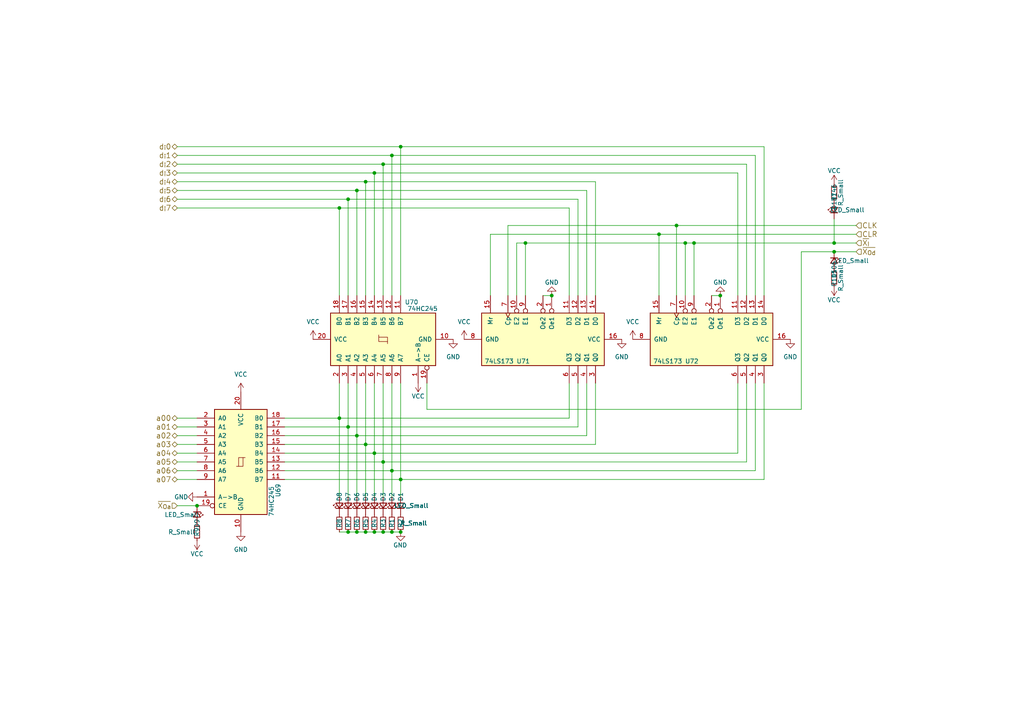
<source format=kicad_sch>
(kicad_sch (version 20230121) (generator eeschema)
  (paper "A4")
  (lib_symbols
    (symbol "74xx:74HC245" (pin_names (offset 1.016))
      (property "Reference" "U" (at -7.62 16.51 0))
      (property "Value" "74HC245" (at -7.62 -16.51 0))
      (symbol "74HC245_1_0"
        (polyline (pts (xy -0.635 -1.27) (xy -0.635 1.27) (xy 0.635 1.27)))
        (polyline (pts (xy -1.27 -1.27) (xy 0.635 -1.27) (xy 0.635 1.27) (xy 1.27 1.27)))
        (pin input line (at -12.7 -10.16 0) (length 5.08) (name "A->B") (number "1"))
        (pin power_in line (at 0 -20.32 90) (length 5.08) (name "GND") (number "10"))
        (pin tri_state line (at 12.7 -5.08 180) (length 5.08) (name "B7") (number "11"))
        (pin tri_state line (at 12.7 -2.54 180) (length 5.08) (name "B6") (number "12"))
        (pin tri_state line (at 12.7 0 180) (length 5.08) (name "B5") (number "13"))
        (pin tri_state line (at 12.7 2.54 180) (length 5.08) (name "B4") (number "14"))
        (pin tri_state line (at 12.7 5.08 180) (length 5.08) (name "B3") (number "15"))
        (pin tri_state line (at 12.7 7.62 180) (length 5.08) (name "B2") (number "16"))
        (pin tri_state line (at 12.7 10.16 180) (length 5.08) (name "B1") (number "17"))
        (pin tri_state line (at 12.7 12.7 180) (length 5.08) (name "B0") (number "18"))
        (pin input inverted (at -12.7 -12.7 0) (length 5.08) (name "CE") (number "19"))
        (pin tri_state line (at -12.7 12.7 0) (length 5.08) (name "A0") (number "2"))
        (pin power_in line (at 0 20.32 270) (length 5.08) (name "VCC") (number "20"))
        (pin tri_state line (at -12.7 10.16 0) (length 5.08) (name "A1") (number "3"))
        (pin tri_state line (at -12.7 7.62 0) (length 5.08) (name "A2") (number "4"))
        (pin tri_state line (at -12.7 5.08 0) (length 5.08) (name "A3") (number "5"))
        (pin tri_state line (at -12.7 2.54 0) (length 5.08) (name "A4") (number "6"))
        (pin tri_state line (at -12.7 0 0) (length 5.08) (name "A5") (number "7"))
        (pin tri_state line (at -12.7 -2.54 0) (length 5.08) (name "A6") (number "8"))
        (pin tri_state line (at -12.7 -5.08 0) (length 5.08) (name "A7") (number "9"))
      )
      (symbol "74HC245_1_1"
        (rectangle (start -7.62 15.24) (end 7.62 -15.24) (stroke (width 0.254)) (fill (type background)))
      )
    )
    (symbol "74xx:74LS173" (pin_names (offset 1.016))
      (property "Reference" "U" (at -7.62 19.05 0))
      (property "Value" "74LS173" (at -7.62 -19.05 0))
      (symbol "74LS173_1_0"
        (pin input inverted (at -12.7 2.54 0) (length 5.08) (name "Oe1") (number "1"))
        (pin input inverted (at -12.7 -7.62 0) (length 5.08) (name "E2") (number "10"))
        (pin input line (at -12.7 7.62 0) (length 5.08) (name "D3") (number "11"))
        (pin input line (at -12.7 10.16 0) (length 5.08) (name "D2") (number "12"))
        (pin input line (at -12.7 12.7 0) (length 5.08) (name "D1") (number "13"))
        (pin input line (at -12.7 15.24 0) (length 5.08) (name "D0") (number "14"))
        (pin input line (at -12.7 -15.24 0) (length 5.08) (name "Mr") (number "15"))
        (pin power_in line (at 0 22.86 270) (length 5.08) (name "VCC") (number "16"))
        (pin input inverted (at -12.7 0 0) (length 5.08) (name "Oe2") (number "2"))
        (pin tri_state line (at 12.7 15.24 180) (length 5.08) (name "Q0") (number "3"))
        (pin tri_state line (at 12.7 12.7 180) (length 5.08) (name "Q1") (number "4"))
        (pin tri_state line (at 12.7 10.16 180) (length 5.08) (name "Q2") (number "5"))
        (pin tri_state line (at 12.7 7.62 180) (length 5.08) (name "Q3") (number "6"))
        (pin input clock (at -12.7 -10.16 0) (length 5.08) (name "Cp") (number "7"))
        (pin power_in line (at 0 -22.86 90) (length 5.08) (name "GND") (number "8"))
        (pin input inverted (at -12.7 -5.08 0) (length 5.08) (name "E1") (number "9"))
      )
      (symbol "74LS173_1_1"
        (rectangle (start -7.62 17.78) (end 7.62 -17.78) (stroke (width 0.254)) (fill (type background)))
      )
    )
    (symbol "Device:LED_Small" (pin_numbers hide) (pin_names (offset 0.254) hide)
      (property "Reference" "D" (at -1.27 3.175 0))
      (property "Value" "LED_Small" (at -4.445 -2.54 0))
      (symbol "LED_Small_0_1"
        (polyline (pts (xy -0.762 -1.016) (xy -0.762 1.016)) (stroke (width 0.254)))
        (polyline (pts (xy 1.016 0) (xy -0.762 0)))
        (polyline (pts (xy 0.762 -1.016) (xy -0.762 0) (xy 0.762 1.016) (xy 0.762 -1.016)) (stroke (width 0.254)))
        (polyline (pts (xy 0 0.762) (xy -0.508 1.27) (xy -0.254 1.27) (xy -0.508 1.27) (xy -0.508 1.016)))
        (polyline (pts (xy 0.508 1.27) (xy 0 1.778) (xy 0.254 1.778) (xy 0 1.778) (xy 0 1.524)))
      )
      (symbol "LED_Small_1_1"
        (pin passive line (at -2.54 0 0) (length 1.778) (name "K") (number "1"))
        (pin passive line (at 2.54 0 180) (length 1.778) (name "A") (number "2"))
      )
    )
    (symbol "Device:R_Small" (pin_numbers hide) (pin_names (offset 0.254) hide)
      (property "Reference" "R" (at 0.762 0.508 0))
      (property "Value" "R_Small" (at 0.762 -1.016 0))
      (symbol "R_Small_0_1"
        (rectangle (start -0.762 1.778) (end 0.762 -1.778) (stroke (width 0.2032)))
      )
      (symbol "R_Small_1_1"
        (pin passive line (at 0 2.54 270) (length 0.762) (name "~") (number "1"))
        (pin passive line (at 0 -2.54 90) (length 0.762) (name "~") (number "2"))
      )
    )
    (symbol "power:GND" (power) (pin_names (offset 0))
      (property "Value" "GND" (at 0 -3.81 0))
      (symbol "GND_0_1"
        (polyline (pts (xy 0 0) (xy 0 -1.27) (xy 1.27 -1.27) (xy 0 -2.54) (xy -1.27 -1.27) (xy 0 -1.27)))
      )
      (symbol "GND_1_1"
        (pin power_in line (at 0 0 270) (length 0) hide (name "GND") (number "1"))
      )
    )
    (symbol "power:VCC" (power) (pin_names (offset 0))
      (property "Value" "VCC" (at 0 3.81 0))
      (symbol "VCC_0_1"
        (polyline (pts (xy -0.762 1.27) (xy 0 2.54)))
        (polyline (pts (xy 0 0) (xy 0 2.54)))
        (polyline (pts (xy 0 2.54) (xy 0.762 1.27)))
      )
      (symbol "VCC_1_1"
        (pin power_in line (at 0 0 90) (length 0) hide (name "VCC") (number "1"))
      )
    )
  )
  (junction (at 198.755 70.485))
  (junction (at 191.135 67.945))
  (junction (at 57.15 146.685))
  (junction (at 111.125 133.985))
  (junction (at 113.665 154.305))
  (junction (at 241.935 73.025))
  (junction (at 111.125 47.625))
  (junction (at 111.125 154.305))
  (junction (at 201.295 70.485))
  (junction (at 100.965 57.785))
  (junction (at 103.505 126.365))
  (junction (at 241.935 70.485))
  (junction (at 116.205 42.545))
  (junction (at 98.425 60.325))
  (junction (at 106.045 154.305))
  (junction (at 160.02 85.725))
  (junction (at 103.505 154.305))
  (junction (at 108.585 131.445))
  (junction (at 116.205 139.065))
  (junction (at 113.665 45.085))
  (junction (at 106.045 52.705))
  (junction (at 152.4 70.485))
  (junction (at 196.215 65.405))
  (junction (at 108.585 154.305))
  (junction (at 106.045 128.905))
  (junction (at 116.205 154.305))
  (junction (at 113.665 136.525))
  (junction (at 208.915 85.725))
  (junction (at 108.585 50.165))
  (junction (at 100.965 123.825))
  (junction (at 100.965 154.305))
  (junction (at 103.505 55.245))
  (junction (at 98.425 121.285))
  (wire (pts (xy 111.125 133.985) (xy 111.125 144.145)))
  (wire (pts (xy 170.18 55.245) (xy 170.18 85.725)))
  (wire (pts (xy 51.435 57.785) (xy 100.965 57.785)))
  (wire (pts (xy 100.965 123.825) (xy 167.64 123.825)))
  (wire (pts (xy 51.435 136.525) (xy 57.15 136.525)))
  (wire (pts (xy 100.965 154.305) (xy 98.425 154.305)))
  (wire (pts (xy 221.615 42.545) (xy 221.615 85.725)))
  (wire (pts (xy 106.045 154.305) (xy 103.505 154.305)))
  (wire (pts (xy 111.125 47.625) (xy 111.125 85.725)))
  (wire (pts (xy 111.125 47.625) (xy 216.535 47.625)))
  (wire (pts (xy 116.205 139.065) (xy 116.205 144.145)))
  (wire (pts (xy 106.045 128.905) (xy 172.72 128.905)))
  (wire (pts (xy 106.045 128.905) (xy 106.045 144.145)))
  (wire (pts (xy 51.435 123.825) (xy 57.15 123.825)))
  (wire (pts (xy 108.585 131.445) (xy 82.55 131.445)))
  (wire (pts (xy 241.935 63.5) (xy 241.935 70.485)))
  (wire (pts (xy 98.425 121.285) (xy 165.1 121.285)))
  (wire (pts (xy 100.965 57.785) (xy 167.64 57.785)))
  (wire (pts (xy 213.995 50.165) (xy 108.585 50.165)))
  (wire (pts (xy 108.585 131.445) (xy 108.585 144.145)))
  (wire (pts (xy 98.425 121.285) (xy 98.425 144.145)))
  (wire (pts (xy 51.435 45.085) (xy 113.665 45.085)))
  (wire (pts (xy 248.285 65.405) (xy 196.215 65.405)))
  (wire (pts (xy 51.435 133.985) (xy 57.15 133.985)))
  (wire (pts (xy 116.205 42.545) (xy 116.205 85.725)))
  (wire (pts (xy 51.435 42.545) (xy 116.205 42.545)))
  (wire (pts (xy 216.535 47.625) (xy 216.535 85.725)))
  (wire (pts (xy 51.435 50.165) (xy 108.585 50.165)))
  (wire (pts (xy 103.505 126.365) (xy 170.18 126.365)))
  (wire (pts (xy 100.965 123.825) (xy 82.55 123.825)))
  (wire (pts (xy 51.435 52.705) (xy 106.045 52.705)))
  (wire (pts (xy 100.965 57.785) (xy 100.965 85.725)))
  (wire (pts (xy 219.075 111.125) (xy 219.075 136.525)))
  (wire (pts (xy 116.205 154.305) (xy 113.665 154.305)))
  (wire (pts (xy 201.295 70.485) (xy 201.295 85.725)))
  (wire (pts (xy 152.4 70.485) (xy 198.755 70.485)))
  (wire (pts (xy 191.135 67.945) (xy 248.285 67.945)))
  (wire (pts (xy 221.615 111.125) (xy 221.615 139.065)))
  (wire (pts (xy 116.205 42.545) (xy 221.615 42.545)))
  (wire (pts (xy 213.995 131.445) (xy 213.995 111.125)))
  (wire (pts (xy 113.665 45.085) (xy 113.665 85.725)))
  (wire (pts (xy 149.86 70.485) (xy 149.86 85.725)))
  (wire (pts (xy 167.64 123.825) (xy 167.64 111.125)))
  (wire (pts (xy 100.965 111.125) (xy 100.965 123.825)))
  (wire (pts (xy 113.665 111.125) (xy 113.665 136.525)))
  (wire (pts (xy 103.505 126.365) (xy 103.505 144.145)))
  (wire (pts (xy 113.665 136.525) (xy 113.665 144.145)))
  (wire (pts (xy 98.425 60.325) (xy 98.425 85.725)))
  (wire (pts (xy 108.585 111.125) (xy 108.585 131.445)))
  (wire (pts (xy 98.425 60.325) (xy 165.1 60.325)))
  (wire (pts (xy 106.045 128.905) (xy 82.55 128.905)))
  (wire (pts (xy 241.935 73.025) (xy 248.285 73.025)))
  (wire (pts (xy 106.045 52.705) (xy 106.045 85.725)))
  (wire (pts (xy 241.935 70.485) (xy 248.285 70.485)))
  (wire (pts (xy 103.505 154.305) (xy 100.965 154.305)))
  (wire (pts (xy 198.755 70.485) (xy 201.295 70.485)))
  (wire (pts (xy 106.045 52.705) (xy 172.72 52.705)))
  (wire (pts (xy 198.755 70.485) (xy 198.755 85.725)))
  (wire (pts (xy 172.72 52.705) (xy 172.72 85.725)))
  (wire (pts (xy 111.125 133.985) (xy 82.55 133.985)))
  (wire (pts (xy 213.995 85.725) (xy 213.995 50.165)))
  (wire (pts (xy 108.585 131.445) (xy 213.995 131.445)))
  (wire (pts (xy 206.375 85.725) (xy 208.915 85.725)))
  (wire (pts (xy 123.825 111.125) (xy 123.825 118.745)))
  (wire (pts (xy 219.075 45.085) (xy 219.075 85.725)))
  (wire (pts (xy 123.825 118.745) (xy 232.41 118.745)))
  (wire (pts (xy 98.425 121.285) (xy 82.55 121.285)))
  (wire (pts (xy 113.665 136.525) (xy 219.075 136.525)))
  (wire (pts (xy 149.86 70.485) (xy 152.4 70.485)))
  (wire (pts (xy 147.32 65.405) (xy 196.215 65.405)))
  (wire (pts (xy 51.435 131.445) (xy 57.15 131.445)))
  (wire (pts (xy 111.125 133.985) (xy 216.535 133.985)))
  (wire (pts (xy 113.665 154.305) (xy 111.125 154.305)))
  (wire (pts (xy 51.435 121.285) (xy 57.15 121.285)))
  (wire (pts (xy 106.045 111.125) (xy 106.045 128.905)))
  (wire (pts (xy 116.205 139.065) (xy 82.55 139.065)))
  (wire (pts (xy 232.41 73.025) (xy 232.41 118.745)))
  (wire (pts (xy 170.18 126.365) (xy 170.18 111.125)))
  (wire (pts (xy 100.965 123.825) (xy 100.965 144.145)))
  (wire (pts (xy 108.585 50.165) (xy 108.585 85.725)))
  (wire (pts (xy 165.1 121.285) (xy 165.1 111.125)))
  (wire (pts (xy 196.215 65.405) (xy 196.215 85.725)))
  (wire (pts (xy 103.505 111.125) (xy 103.505 126.365)))
  (wire (pts (xy 216.535 133.985) (xy 216.535 111.125)))
  (wire (pts (xy 201.295 70.485) (xy 241.935 70.485)))
  (wire (pts (xy 103.505 55.245) (xy 170.18 55.245)))
  (wire (pts (xy 51.435 60.325) (xy 98.425 60.325)))
  (wire (pts (xy 103.505 55.245) (xy 103.505 85.725)))
  (wire (pts (xy 103.505 126.365) (xy 82.55 126.365)))
  (wire (pts (xy 51.435 128.905) (xy 57.15 128.905)))
  (wire (pts (xy 51.435 139.065) (xy 57.15 139.065)))
  (wire (pts (xy 191.135 67.945) (xy 191.135 85.725)))
  (wire (pts (xy 113.665 45.085) (xy 219.075 45.085)))
  (wire (pts (xy 172.72 128.905) (xy 172.72 111.125)))
  (wire (pts (xy 147.32 65.405) (xy 147.32 85.725)))
  (wire (pts (xy 51.435 55.245) (xy 103.505 55.245)))
  (wire (pts (xy 157.48 85.725) (xy 160.02 85.725)))
  (wire (pts (xy 142.24 85.725) (xy 142.24 67.945)))
  (wire (pts (xy 51.435 126.365) (xy 57.15 126.365)))
  (wire (pts (xy 111.125 111.125) (xy 111.125 133.985)))
  (wire (pts (xy 108.585 154.305) (xy 106.045 154.305)))
  (wire (pts (xy 51.435 47.625) (xy 111.125 47.625)))
  (wire (pts (xy 232.41 73.025) (xy 241.935 73.025)))
  (wire (pts (xy 142.24 67.945) (xy 191.135 67.945)))
  (wire (pts (xy 116.205 111.125) (xy 116.205 139.065)))
  (wire (pts (xy 113.665 136.525) (xy 82.55 136.525)))
  (wire (pts (xy 51.435 146.685) (xy 57.15 146.685)))
  (wire (pts (xy 167.64 57.785) (xy 167.64 85.725)))
  (wire (pts (xy 152.4 70.485) (xy 152.4 85.725)))
  (wire (pts (xy 111.125 154.305) (xy 108.585 154.305)))
  (wire (pts (xy 116.205 139.065) (xy 221.615 139.065)))
  (wire (pts (xy 98.425 111.125) (xy 98.425 121.285)))
  (wire (pts (xy 165.1 60.325) (xy 165.1 85.725)))
  (hierarchical_label "d_{i}1" (shape tri_state) (at 51.435 45.085 180) (effects (font (size 1.524 1.524))))
  (hierarchical_label "a04" (shape tri_state) (at 51.435 131.445 180) (effects (font (size 1.524 1.524))))
  (hierarchical_label "d_{i}6" (shape tri_state) (at 51.435 57.785 180) (effects (font (size 1.524 1.524))))
  (hierarchical_label "a06" (shape tri_state) (at 51.435 136.525 180) (effects (font (size 1.524 1.524))))
  (hierarchical_label "~{X_{I}}" (shape input) (at 248.285 70.485 0) (effects (font (size 1.524 1.524))))
  (hierarchical_label "~{X_{Od}}" (shape input) (at 248.285 73.025 0) (effects (font (size 1.524 1.524))))
  (hierarchical_label "CLR" (shape input) (at 248.285 67.945 0) (effects (font (size 1.524 1.524))))
  (hierarchical_label "a00" (shape tri_state) (at 51.435 121.285 180) (effects (font (size 1.524 1.524))))
  (hierarchical_label "a07" (shape tri_state) (at 51.435 139.065 180) (effects (font (size 1.524 1.524))))
  (hierarchical_label "d_{i}5" (shape tri_state) (at 51.435 55.245 180) (effects (font (size 1.524 1.524))))
  (hierarchical_label "d_{i}7" (shape tri_state) (at 51.435 60.325 180) (effects (font (size 1.524 1.524))))
  (hierarchical_label "a02" (shape tri_state) (at 51.435 126.365 180) (effects (font (size 1.524 1.524))))
  (hierarchical_label "d_{i}0" (shape tri_state) (at 51.435 42.545 180) (effects (font (size 1.524 1.524))))
  (hierarchical_label "a03" (shape tri_state) (at 51.435 128.905 180) (effects (font (size 1.524 1.524))))
  (hierarchical_label "a01" (shape tri_state) (at 51.435 123.825 180) (effects (font (size 1.524 1.524))))
  (hierarchical_label "d_{i}3" (shape tri_state) (at 51.435 50.165 180) (effects (font (size 1.524 1.524))))
  (hierarchical_label "d_{i}4" (shape tri_state) (at 51.435 52.705 180) (effects (font (size 1.524 1.524))))
  (hierarchical_label "d_{i}2" (shape tri_state) (at 51.435 47.625 180) (effects (font (size 1.524 1.524))))
  (hierarchical_label "~{X_{Oa}}" (shape input) (at 51.435 146.685 180) (effects (font (size 1.524 1.524))))
  (hierarchical_label "CLK" (shape input) (at 248.285 65.405 0) (effects (font (size 1.524 1.524))))
  (hierarchical_label "a05" (shape tri_state) (at 51.435 133.985 180) (effects (font (size 1.524 1.524))))
  (symbol (lib_id "power:GND") (at 116.205 154.305 0) (unit 1)
    (property "Reference" "#PWR097" (effects hide))
    (property "Value" "GND" (at 118.11 158.115 0) (effects (justify right)))
    (instances (project "8bit-computer" (path "" (reference "#PWR097") (unit 1)) (path "" (reference "#PWR0224") (unit 1)) (path "" (reference "#PWR0105") (unit 1))))
  )
  (symbol (lib_id "power:VCC") (at 134.62 98.425 0) (unit 1)
    (property "Reference" "#PWR0227" (effects hide))
    (property "Value" "VCC" (at 134.62 93.345 0))
    (instances (project "8bit-computer" (path "" (reference "#PWR0227") (unit 1)) (path "" (reference "#PWR0111") (unit 1))))
  )
  (symbol (lib_id "Device:LED_Small") (at 241.935 60.96 90) (unit 1)
    (property "Reference" "D137" (at 241.935 58.3565 0))
    (property "Value" "LED_Small" (at 245.745 60.8965 90))
    (instances (project "8bit-computer" (path "" (reference "D137") (unit 1)) (path "" (reference "D145") (unit 1))))
  )
  (symbol (lib_id "power:GND") (at 208.915 85.725 180) (unit 1)
    (property "Reference" "#PWR0231" (effects hide))
    (property "Value" "GND" (at 208.915 81.915 0))
    (instances (project "8bit-computer" (path "" (reference "#PWR0231") (unit 1)) (path "" (reference "#PWR0157") (unit 1))))
  )
  (symbol (lib_id "Device:R_Small") (at 241.935 55.88 180) (unit 1)
    (property "Reference" "R146" (at 241.935 55.88 90))
    (property "Value" "R_Small" (at 243.84 55.88 90))
    (instances (project "8bit-computer" (path "" (reference "R146") (unit 1)) (path "" (reference "R154") (unit 1))))
  )
  (symbol (lib_id "Device:R_Small") (at 116.205 151.765 0) (unit 1)
    (property "Reference" "R2" (at 116.205 151.765 90))
    (property "Value" "R_Small" (at 120.015 151.765 0))
    (instances (project "8bit-computer" (path "" (reference "R2") (unit 1)) (path "" (reference "R153") (unit 1)) (path "" (reference "R130") (unit 1))))
  )
  (symbol (lib_id "power:VCC") (at 90.805 98.425 0) (unit 1)
    (property "Reference" "#PWR0223" (effects hide))
    (property "Value" "VCC" (at 90.805 93.345 0))
    (instances (project "8bit-computer" (path "" (reference "#PWR0223") (unit 1)) (path "" (reference "#PWR058") (unit 1))))
  )
  (symbol (lib_id "Device:LED_Small") (at 111.125 146.685 90) (unit 1)
    (property "Reference" "D3" (at 111.125 144.0815 0))
    (property "Value" "LED_Small" (at 119.3165 146.685 90))
    (instances (project "8bit-computer" (path "" (reference "D3") (unit 1)) (path "" (reference "D142") (unit 1)) (path "" (reference "D119") (unit 1))))
  )
  (symbol (lib_id "power:GND") (at 180.34 98.425 0) (unit 1)
    (property "Reference" "#PWR0229" (effects hide))
    (property "Value" "GND" (at 180.34 103.505 0))
    (instances (project "8bit-computer" (path "" (reference "#PWR0229") (unit 1)) (path "" (reference "#PWR0148") (unit 1))))
  )
  (symbol (lib_id "Device:R_Small") (at 57.15 154.305 0) (unit 1)
    (property "Reference" "R9" (at 57.15 154.305 90))
    (property "Value" "R_Small" (at 52.705 154.305 0))
    (instances (project "8bit-computer" (path "" (reference "R9") (unit 1)) (path "" (reference "R132") (unit 1)) (path "" (reference "R145") (unit 1))))
  )
  (symbol (lib_id "power:VCC") (at 241.935 83.185 180) (unit 1)
    (property "Reference" "#PWR024" (effects hide))
    (property "Value" "VCC" (at 243.84 86.995 0) (effects (justify left)))
    (instances (project "8bit-computer" (path "" (reference "#PWR024") (unit 1)) (path "" (reference "#PWR033") (unit 1)) (path "" (reference "#PWR0234") (unit 1))))
  )
  (symbol (lib_id "power:VCC") (at 241.935 53.34 0) (unit 1)
    (property "Reference" "#PWR0217" (effects hide))
    (property "Value" "VCC" (at 240.03 49.53 0) (effects (justify left)))
    (instances (project "8bit-computer" (path "" (reference "#PWR0217") (unit 1)) (path "" (reference "#PWR0233") (unit 1))))
  )
  (symbol (lib_id "power:VCC") (at 69.85 113.665 0) (unit 1)
    (property "Reference" "#PWR0221" (effects hide))
    (property "Value" "VCC" (at 69.85 108.585 0))
    (instances (project "8bit-computer" (path "" (reference "#PWR0221") (unit 1)) (path "" (reference "#PWR058") (unit 1))))
  )
  (symbol (lib_id "Device:R_Small") (at 100.965 151.765 0) (unit 1)
    (property "Reference" "R7" (at 100.965 151.765 90))
    (property "Value" "R_Small" (at 120.015 151.765 0))
    (instances (project "8bit-computer" (path "" (reference "R7") (unit 1)) (path "" (reference "R147") (unit 1)) (path "" (reference "R124") (unit 1))))
  )
  (symbol (lib_id "74xx:74LS173") (at 206.375 98.425 270) (unit 1)
    (property "Reference" "U72" (at 200.66 104.775 90))
    (property "Value" "74LS173" (at 193.675 104.775 90))
    (property "Datasheet" "http://www.ti.com/lit/gpn/sn74LS173" (effects hide))
    (instances (project "8bit-computer" (path "" (reference "U72") (unit 1)) (path "" (reference "U31") (unit 1))))
  )
  (symbol (lib_id "Device:LED_Small") (at 57.15 149.225 270) (unit 1)
    (property "Reference" "D9" (at 57.15 151.8285 0))
    (property "Value" "LED_Small" (at 52.705 149.2885 90))
    (instances (project "8bit-computer" (path "" (reference "D9") (unit 1)) (path "" (reference "D123") (unit 1)) (path "" (reference "D136") (unit 1))))
  )
  (symbol (lib_id "power:GND") (at 57.15 144.145 270) (unit 1)
    (property "Reference" "#PWR0219" (effects hide))
    (property "Value" "GND" (at 54.61 144.145 90) (effects (justify right)))
    (instances (project "8bit-computer" (path "" (reference "#PWR0219") (unit 1)) (path "" (reference "#PWR0107") (unit 1))))
  )
  (symbol (lib_id "Device:LED_Small") (at 241.935 75.565 270) (unit 1)
    (property "Reference" "D106" (at 241.935 78.1685 0))
    (property "Value" "LED_Small" (at 247.015 75.6285 90))
    (instances (project "8bit-computer" (path "" (reference "D106") (unit 1)) (path "" (reference "D107") (unit 1)) (path "" (reference "D146") (unit 1))))
  )
  (symbol (lib_id "74xx:74LS173") (at 157.48 98.425 270) (unit 1)
    (property "Reference" "U71" (at 151.765 104.775 90))
    (property "Value" "74LS173" (at 144.78 104.775 90))
    (property "Datasheet" "http://www.ti.com/lit/gpn/sn74LS173" (effects hide))
    (instances (project "8bit-computer" (path "" (reference "U71") (unit 1)) (path "" (reference "U30") (unit 1))))
  )
  (symbol (lib_id "power:VCC") (at 121.285 111.125 180) (unit 1)
    (property "Reference" "#PWR0225" (effects hide))
    (property "Value" "VCC" (at 121.285 114.935 0))
    (instances (project "8bit-computer" (path "" (reference "#PWR0225") (unit 1)) (path "" (reference "#PWR0106") (unit 1))))
  )
  (symbol (lib_id "Device:R_Small") (at 113.665 151.765 0) (unit 1)
    (property "Reference" "R1" (at 113.665 151.765 90))
    (property "Value" "R_Small" (at 120.015 151.765 0))
    (instances (project "8bit-computer" (path "" (reference "R1") (unit 1)) (path "" (reference "R152") (unit 1)) (path "" (reference "R129") (unit 1))))
  )
  (symbol (lib_id "Device:R_Small") (at 108.585 151.765 0) (unit 1)
    (property "Reference" "R4" (at 108.585 151.765 90))
    (property "Value" "R_Small" (at 120.015 151.765 0))
    (instances (project "8bit-computer" (path "" (reference "R4") (unit 1)) (path "" (reference "R150") (unit 1)) (path "" (reference "R127") (unit 1))))
  )
  (symbol (lib_id "Device:R_Small") (at 106.045 151.765 0) (unit 1)
    (property "Reference" "R5" (at 106.045 151.765 90))
    (property "Value" "R_Small" (at 120.015 151.765 0))
    (instances (project "8bit-computer" (path "" (reference "R5") (unit 1)) (path "" (reference "R149") (unit 1)) (path "" (reference "R126") (unit 1))))
  )
  (symbol (lib_id "Device:LED_Small") (at 106.045 146.685 90) (unit 1)
    (property "Reference" "D5" (at 106.045 144.0815 0))
    (property "Value" "LED_Small" (at 119.3165 146.685 90))
    (instances (project "8bit-computer" (path "" (reference "D5") (unit 1)) (path "" (reference "D140") (unit 1)) (path "" (reference "D117") (unit 1))))
  )
  (symbol (lib_id "Device:R_Small") (at 98.425 151.765 0) (unit 1)
    (property "Reference" "R8" (at 98.425 151.765 90))
    (property "Value" "R_Small" (at 120.015 151.765 0))
    (instances (project "8bit-computer" (path "" (reference "R8") (unit 1)) (path "" (reference "R146") (unit 1)) (path "" (reference "R123") (unit 1))))
  )
  (symbol (lib_id "power:VCC") (at 57.15 156.845 180) (unit 1)
    (property "Reference" "#PWR0196" (effects hide))
    (property "Value" "VCC" (at 57.15 160.655 0))
    (instances (project "8bit-computer" (path "" (reference "#PWR0196") (unit 1)) (path "" (reference "#PWR0220") (unit 1))))
  )
  (symbol (lib_id "Device:LED_Small") (at 100.965 146.685 90) (unit 1)
    (property "Reference" "D7" (at 100.965 144.0815 0))
    (property "Value" "LED_Small" (at 119.3165 146.685 90))
    (instances (project "8bit-computer" (path "" (reference "D7") (unit 1)) (path "" (reference "D138") (unit 1)) (path "" (reference "D115") (unit 1))))
  )
  (symbol (lib_id "power:GND") (at 69.85 154.305 0) (unit 1)
    (property "Reference" "#PWR0222" (effects hide))
    (property "Value" "GND" (at 69.85 159.385 0))
    (instances (project "8bit-computer" (path "" (reference "#PWR0222") (unit 1)) (path "" (reference "#PWR0107") (unit 1))))
  )
  (symbol (lib_id "Device:LED_Small") (at 108.585 146.685 90) (unit 1)
    (property "Reference" "D4" (at 108.585 144.0815 0))
    (property "Value" "LED_Small" (at 119.3165 146.685 90))
    (instances (project "8bit-computer" (path "" (reference "D4") (unit 1)) (path "" (reference "D141") (unit 1)) (path "" (reference "D118") (unit 1))))
  )
  (symbol (lib_id "Device:LED_Small") (at 116.205 146.685 90) (unit 1)
    (property "Reference" "D1" (at 116.205 144.0815 0))
    (property "Value" "LED_Small" (at 119.3165 146.685 90))
    (instances (project "8bit-computer" (path "" (reference "D1") (unit 1)) (path "" (reference "D144") (unit 1)) (path "" (reference "D121") (unit 1))))
  )
  (symbol (lib_id "power:VCC") (at 183.515 98.425 0) (unit 1)
    (property "Reference" "#PWR0230" (effects hide))
    (property "Value" "VCC" (at 183.515 93.345 0))
    (instances (project "8bit-computer" (path "" (reference "#PWR0230") (unit 1)) (path "" (reference "#PWR0156") (unit 1))))
  )
  (symbol (lib_id "power:GND") (at 229.235 98.425 0) (unit 1)
    (property "Reference" "#PWR0232" (effects hide))
    (property "Value" "GND" (at 229.235 103.505 0))
    (instances (project "8bit-computer" (path "" (reference "#PWR0232") (unit 1)) (path "" (reference "#PWR0166") (unit 1))))
  )
  (symbol (lib_id "power:GND") (at 160.02 85.725 180) (unit 1)
    (property "Reference" "#PWR0228" (effects hide))
    (property "Value" "GND" (at 160.02 81.915 0))
    (instances (project "8bit-computer" (path "" (reference "#PWR0228") (unit 1)) (path "" (reference "#PWR0124") (unit 1))))
  )
  (symbol (lib_id "Device:R_Small") (at 241.935 80.645 0) (unit 1)
    (property "Reference" "R115" (at 241.935 80.645 90))
    (property "Value" "R_Small" (at 243.84 80.645 90))
    (instances (project "8bit-computer" (path "" (reference "R115") (unit 1)) (path "" (reference "R116") (unit 1)) (path "" (reference "R155") (unit 1))))
  )
  (symbol (lib_id "Device:R_Small") (at 111.125 151.765 0) (unit 1)
    (property "Reference" "R3" (at 111.125 151.765 90))
    (property "Value" "R_Small" (at 120.015 151.765 0))
    (instances (project "8bit-computer" (path "" (reference "R3") (unit 1)) (path "" (reference "R151") (unit 1)) (path "" (reference "R128") (unit 1))))
  )
  (symbol (lib_id "74xx:74HC245") (at 111.125 98.425 90) (unit 1)
    (property "Reference" "U70" (at 119.38 87.63 90))
    (property "Value" "74HC245" (at 122.555 89.535 90))
    (property "Datasheet" "http://www.ti.com/lit/gpn/sn74HC245" (effects hide))
    (instances (project "8bit-computer" (path "" (reference "U70") (unit 1)) (path "" (reference "U29") (unit 1))))
  )
  (symbol (lib_id "Device:LED_Small") (at 103.505 146.685 90) (unit 1)
    (property "Reference" "D6" (at 103.505 144.0815 0))
    (property "Value" "LED_Small" (at 119.3165 146.685 90))
    (instances (project "8bit-computer" (path "" (reference "D6") (unit 1)) (path "" (reference "D139") (unit 1)) (path "" (reference "D116") (unit 1))))
  )
  (symbol (lib_id "Device:LED_Small") (at 113.665 146.685 90) (unit 1)
    (property "Reference" "D2" (at 113.665 144.0815 0))
    (property "Value" "LED_Small" (at 119.3165 146.685 90))
    (instances (project "8bit-computer" (path "" (reference "D2") (unit 1)) (path "" (reference "D143") (unit 1)) (path "" (reference "D120") (unit 1))))
  )
  (symbol (lib_id "Device:LED_Small") (at 98.425 146.685 90) (unit 1)
    (property "Reference" "D8" (at 98.425 144.0815 0))
    (property "Value" "LED_Small" (at 119.3165 146.685 90))
    (instances (project "8bit-computer" (path "" (reference "D8") (unit 1)) (path "" (reference "D137") (unit 1)) (path "" (reference "D114") (unit 1))))
  )
  (symbol (lib_id "74xx:74HC245") (at 69.85 133.985 0) (unit 1)
    (property "Reference" "U69" (at 80.645 142.24 90))
    (property "Value" "74HC245" (at 78.74 145.415 90))
    (property "Datasheet" "http://www.ti.com/lit/gpn/sn74HC245" (effects hide))
    (instances (project "8bit-computer" (path "" (reference "U69") (unit 1)) (path "" (reference "U29") (unit 1))))
  )
  (symbol (lib_id "Device:R_Small") (at 103.505 151.765 0) (unit 1)
    (property "Reference" "R6" (at 103.505 151.765 90))
    (property "Value" "R_Small" (at 120.015 151.765 0))
    (instances (project "8bit-computer" (path "" (reference "R6") (unit 1)) (path "" (reference "R148") (unit 1)) (path "" (reference "R125") (unit 1))))
  )
  (symbol (lib_id "power:GND") (at 131.445 98.425 0) (unit 1)
    (property "Reference" "#PWR0226" (effects hide))
    (property "Value" "GND" (at 131.445 103.505 0))
    (instances (project "8bit-computer" (path "" (reference "#PWR0226") (unit 1)) (path "" (reference "#PWR0107") (unit 1))))
  )
)
</source>
